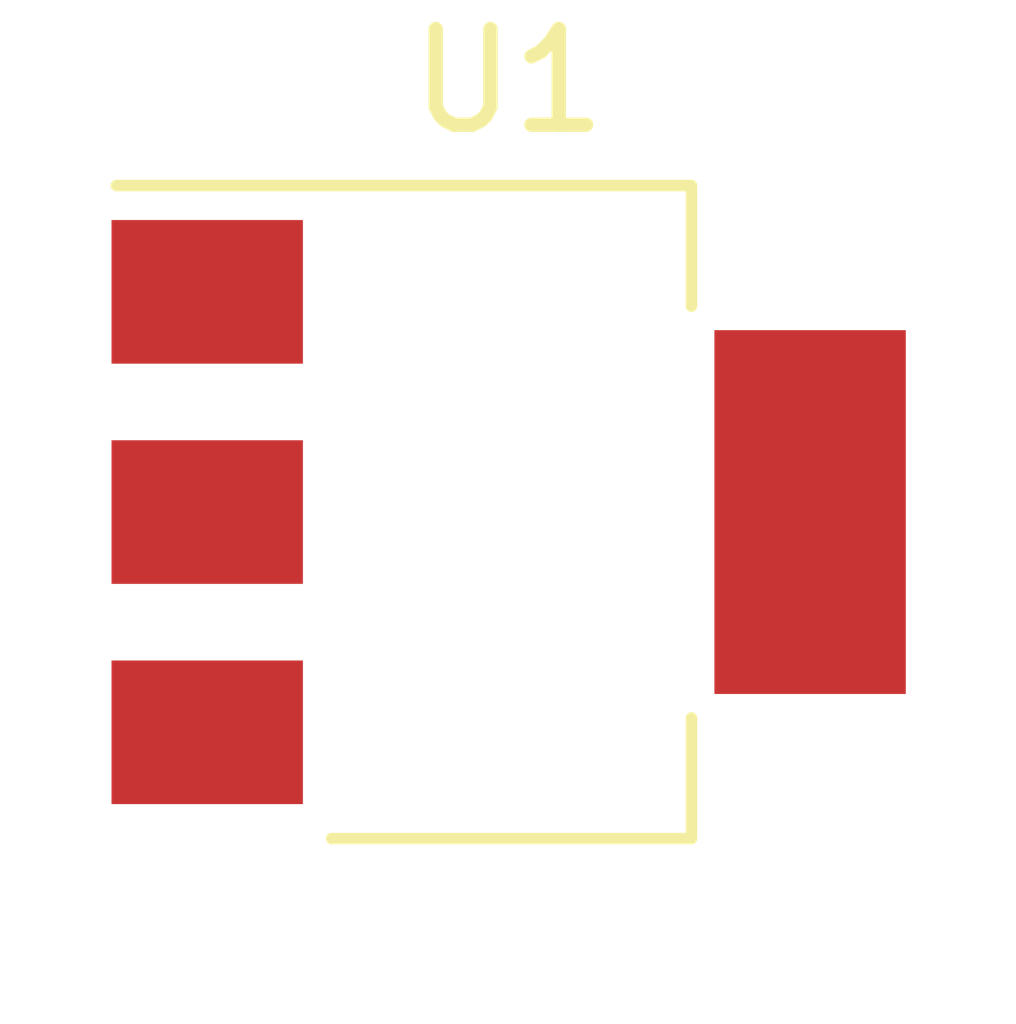
<source format=kicad_pcb>
(kicad_pcb (version 20221018) (generator pcbnew)
  (layers (0 "F.Cu" signal) (31 "B.Cu" signal) (34 "B.Paste" user) (35 "F.Paste" user) (36 "B.SilkS" user "B.Silkscreen") (37 "F.SilkS" user "F.Silkscreen") (38 "B.Mask" user) (39 "F.Mask" user) (44 "Edge.Cuts" user))
  (net 0 "")
  (net 1 "GND")
  (net 2 "Net-(U1-VO)")
  (net 3 "Net-(U1-VI)")
  (footprint "Package_TO_SOT_SMD:SOT-223-3_TabPin2" (layer "F.Cu") (at 4.425 3.625)
    (fp_text reference "U1" (at 0 -4.5) (layer "F.SilkS"))
    (fp_text value "AMS1117-3.3")
    (fp_line (start -4.1 -3.41) (end 1.91 -3.41) (stroke (width 0.12)) (layer "F.SilkS"))
    (fp_line (start -1.85 3.41) (end 1.91 3.41) (stroke (width 0.12)) (layer "F.SilkS"))
    (fp_line (start 1.91 -3.41) (end 1.91 -2.15) (stroke (width 0.12)) (layer "F.SilkS"))
    (fp_line (start 1.91 3.41) (end 1.91 2.15) (stroke (width 0.12)) (layer "F.SilkS"))
    (pad "1" smd rect (at -3.15 -2.3) (size 2 1.5) (layers "F.Cu" "F.Paste" "F.Mask") (net 1 "GND"))
    (pad "2" smd rect (at -3.15 0) (size 2 1.5) (layers "F.Cu" "F.Paste" "F.Mask") (net 2 "Net-(U1-VO)"))
    (pad "2" smd rect (at 3.15 0) (size 2 3.8) (layers "F.Cu" "F.Paste" "F.Mask") (net 2 "Net-(U1-VO)"))
    (pad "3" smd rect (at -3.15 2.3) (size 2 1.5) (layers "F.Cu" "F.Paste" "F.Mask") (net 3 "Net-(U1-VI)"))
  )
)
</source>
